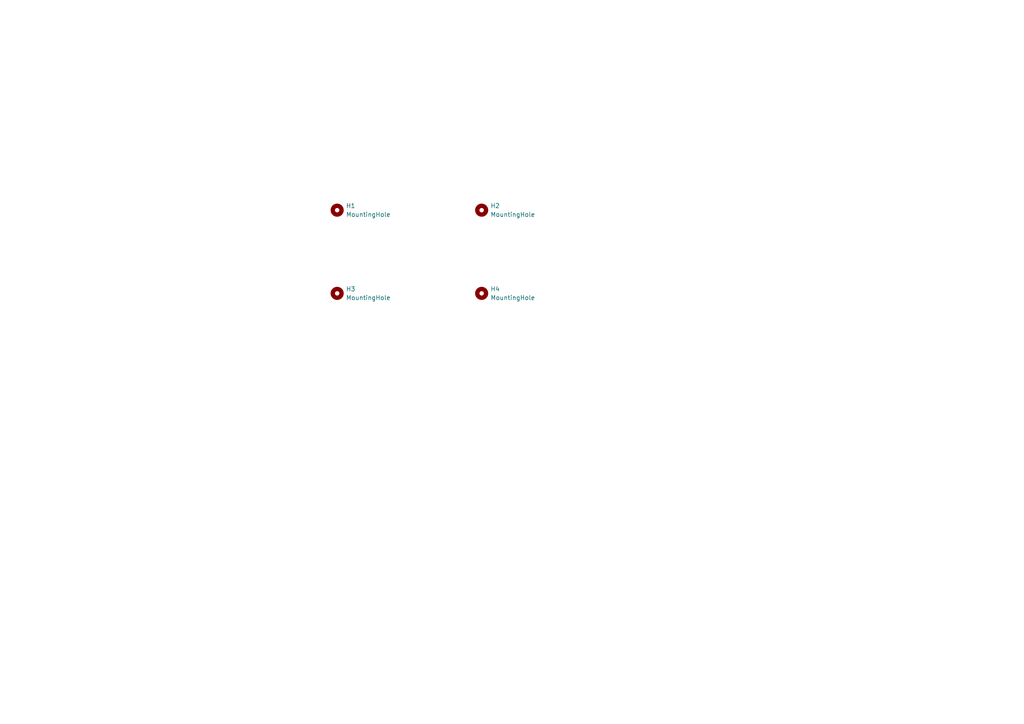
<source format=kicad_sch>
(kicad_sch
	(version 20231120)
	(generator "eeschema")
	(generator_version "8.0")
	(uuid "a7aa9b61-f785-4369-ae03-9215f905f57d")
	(paper "A4")
	(lib_symbols
		(symbol "Mechanical:MountingHole"
			(pin_names
				(offset 1.016)
			)
			(exclude_from_sim yes)
			(in_bom no)
			(on_board yes)
			(property "Reference" "H"
				(at 0 5.08 0)
				(effects
					(font
						(size 1.27 1.27)
					)
				)
			)
			(property "Value" "MountingHole"
				(at 0 3.175 0)
				(effects
					(font
						(size 1.27 1.27)
					)
				)
			)
			(property "Footprint" ""
				(at 0 0 0)
				(effects
					(font
						(size 1.27 1.27)
					)
					(hide yes)
				)
			)
			(property "Datasheet" "~"
				(at 0 0 0)
				(effects
					(font
						(size 1.27 1.27)
					)
					(hide yes)
				)
			)
			(property "Description" "Mounting Hole without connection"
				(at 0 0 0)
				(effects
					(font
						(size 1.27 1.27)
					)
					(hide yes)
				)
			)
			(property "ki_keywords" "mounting hole"
				(at 0 0 0)
				(effects
					(font
						(size 1.27 1.27)
					)
					(hide yes)
				)
			)
			(property "ki_fp_filters" "MountingHole*"
				(at 0 0 0)
				(effects
					(font
						(size 1.27 1.27)
					)
					(hide yes)
				)
			)
			(symbol "MountingHole_0_1"
				(circle
					(center 0 0)
					(radius 1.27)
					(stroke
						(width 1.27)
						(type default)
					)
					(fill
						(type none)
					)
				)
			)
		)
	)
	(symbol
		(lib_id "Mechanical:MountingHole")
		(at 97.79 60.96 0)
		(unit 1)
		(exclude_from_sim yes)
		(in_bom no)
		(on_board yes)
		(dnp no)
		(fields_autoplaced yes)
		(uuid "36069539-e46d-4452-acc0-9ecf47f60cca")
		(property "Reference" "H1"
			(at 100.33 59.6899 0)
			(effects
				(font
					(size 1.27 1.27)
				)
				(justify left)
			)
		)
		(property "Value" "MountingHole"
			(at 100.33 62.2299 0)
			(effects
				(font
					(size 1.27 1.27)
				)
				(justify left)
			)
		)
		(property "Footprint" "MountingHole:MountingHole_3.2mm_M3"
			(at 97.79 60.96 0)
			(effects
				(font
					(size 1.27 1.27)
				)
				(hide yes)
			)
		)
		(property "Datasheet" "~"
			(at 97.79 60.96 0)
			(effects
				(font
					(size 1.27 1.27)
				)
				(hide yes)
			)
		)
		(property "Description" "Mounting Hole without connection"
			(at 97.79 60.96 0)
			(effects
				(font
					(size 1.27 1.27)
				)
				(hide yes)
			)
		)
		(instances
			(project ""
				(path "/a7aa9b61-f785-4369-ae03-9215f905f57d"
					(reference "H1")
					(unit 1)
				)
			)
		)
	)
	(symbol
		(lib_id "Mechanical:MountingHole")
		(at 139.7 60.96 0)
		(unit 1)
		(exclude_from_sim yes)
		(in_bom no)
		(on_board yes)
		(dnp no)
		(fields_autoplaced yes)
		(uuid "430f856d-99dc-4ae4-9cea-67456b42cdd1")
		(property "Reference" "H2"
			(at 142.24 59.6899 0)
			(effects
				(font
					(size 1.27 1.27)
				)
				(justify left)
			)
		)
		(property "Value" "MountingHole"
			(at 142.24 62.2299 0)
			(effects
				(font
					(size 1.27 1.27)
				)
				(justify left)
			)
		)
		(property "Footprint" "MountingHole:MountingHole_3.2mm_M3"
			(at 139.7 60.96 0)
			(effects
				(font
					(size 1.27 1.27)
				)
				(hide yes)
			)
		)
		(property "Datasheet" "~"
			(at 139.7 60.96 0)
			(effects
				(font
					(size 1.27 1.27)
				)
				(hide yes)
			)
		)
		(property "Description" "Mounting Hole without connection"
			(at 139.7 60.96 0)
			(effects
				(font
					(size 1.27 1.27)
				)
				(hide yes)
			)
		)
		(instances
			(project ""
				(path "/a7aa9b61-f785-4369-ae03-9215f905f57d"
					(reference "H2")
					(unit 1)
				)
			)
		)
	)
	(symbol
		(lib_id "Mechanical:MountingHole")
		(at 97.79 85.09 0)
		(unit 1)
		(exclude_from_sim yes)
		(in_bom no)
		(on_board yes)
		(dnp no)
		(fields_autoplaced yes)
		(uuid "d079f813-9490-4038-b037-6f02a30201d8")
		(property "Reference" "H3"
			(at 100.33 83.8199 0)
			(effects
				(font
					(size 1.27 1.27)
				)
				(justify left)
			)
		)
		(property "Value" "MountingHole"
			(at 100.33 86.3599 0)
			(effects
				(font
					(size 1.27 1.27)
				)
				(justify left)
			)
		)
		(property "Footprint" "MountingHole:MountingHole_3.2mm_M3"
			(at 97.79 85.09 0)
			(effects
				(font
					(size 1.27 1.27)
				)
				(hide yes)
			)
		)
		(property "Datasheet" "~"
			(at 97.79 85.09 0)
			(effects
				(font
					(size 1.27 1.27)
				)
				(hide yes)
			)
		)
		(property "Description" "Mounting Hole without connection"
			(at 97.79 85.09 0)
			(effects
				(font
					(size 1.27 1.27)
				)
				(hide yes)
			)
		)
		(instances
			(project ""
				(path "/a7aa9b61-f785-4369-ae03-9215f905f57d"
					(reference "H3")
					(unit 1)
				)
			)
		)
	)
	(symbol
		(lib_id "Mechanical:MountingHole")
		(at 139.7 85.09 0)
		(unit 1)
		(exclude_from_sim yes)
		(in_bom no)
		(on_board yes)
		(dnp no)
		(fields_autoplaced yes)
		(uuid "e1a77341-6ff0-4e84-acee-0e4d0af17bea")
		(property "Reference" "H4"
			(at 142.24 83.8199 0)
			(effects
				(font
					(size 1.27 1.27)
				)
				(justify left)
			)
		)
		(property "Value" "MountingHole"
			(at 142.24 86.3599 0)
			(effects
				(font
					(size 1.27 1.27)
				)
				(justify left)
			)
		)
		(property "Footprint" "MountingHole:MountingHole_3.2mm_M3"
			(at 139.7 85.09 0)
			(effects
				(font
					(size 1.27 1.27)
				)
				(hide yes)
			)
		)
		(property "Datasheet" "~"
			(at 139.7 85.09 0)
			(effects
				(font
					(size 1.27 1.27)
				)
				(hide yes)
			)
		)
		(property "Description" "Mounting Hole without connection"
			(at 139.7 85.09 0)
			(effects
				(font
					(size 1.27 1.27)
				)
				(hide yes)
			)
		)
		(instances
			(project ""
				(path "/a7aa9b61-f785-4369-ae03-9215f905f57d"
					(reference "H4")
					(unit 1)
				)
			)
		)
	)
	(sheet_instances
		(path "/"
			(page "1")
		)
	)
)

</source>
